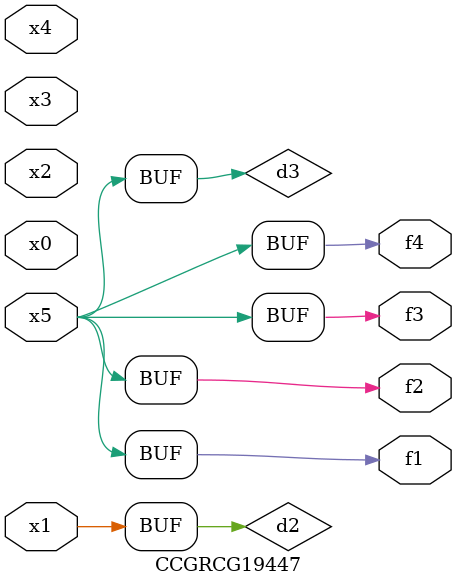
<source format=v>
module CCGRCG19447(
	input x0, x1, x2, x3, x4, x5,
	output f1, f2, f3, f4
);

	wire d1, d2, d3;

	not (d1, x5);
	or (d2, x1);
	xnor (d3, d1);
	assign f1 = d3;
	assign f2 = d3;
	assign f3 = d3;
	assign f4 = d3;
endmodule

</source>
